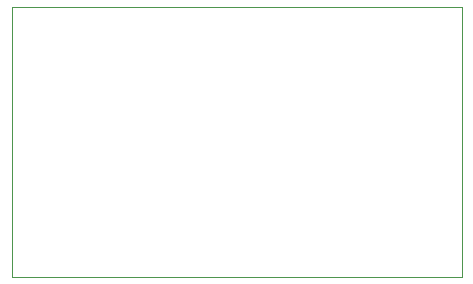
<source format=gbr>
%TF.GenerationSoftware,KiCad,Pcbnew,7.0.1*%
%TF.CreationDate,2023-04-24T20:50:02+02:00*%
%TF.ProjectId,AS4432_ANT_PMOD,41533434-3332-45f4-914e-545f504d4f44,rev?*%
%TF.SameCoordinates,Original*%
%TF.FileFunction,Profile,NP*%
%FSLAX46Y46*%
G04 Gerber Fmt 4.6, Leading zero omitted, Abs format (unit mm)*
G04 Created by KiCad (PCBNEW 7.0.1) date 2023-04-24 20:50:02*
%MOMM*%
%LPD*%
G01*
G04 APERTURE LIST*
%TA.AperFunction,Profile*%
%ADD10C,0.050000*%
%TD*%
G04 APERTURE END LIST*
D10*
X118110000Y-38100000D02*
X156210000Y-38100000D01*
X156210000Y-60960000D01*
X118110000Y-60960000D01*
X118110000Y-38100000D01*
M02*

</source>
